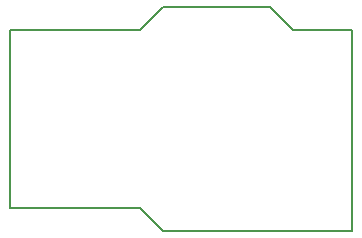
<source format=gko>
G04*
G04 #@! TF.GenerationSoftware,Altium Limited,Altium Designer,22.6.1 (34)*
G04*
G04 Layer_Color=16711935*
%FSLAX25Y25*%
%MOIN*%
G70*
G04*
G04 #@! TF.SameCoordinates,6A0AF7E6-2655-45A2-AC58-E928B373DE11*
G04*
G04*
G04 #@! TF.FilePolarity,Positive*
G04*
G01*
G75*
%ADD12C,0.00787*%
D12*
X374016Y397638D02*
X417323D01*
Y338583D02*
X425197Y330709D01*
X417323Y397638D02*
X425197Y405512D01*
X374016Y338583D02*
X417323D01*
X460630Y405512D02*
X468504Y397638D01*
X374016Y338583D02*
Y397638D01*
X468504D02*
X488189D01*
X425197Y405512D02*
X460630D01*
X488189Y330709D02*
Y397638D01*
X425197Y330709D02*
X488189D01*
M02*

</source>
